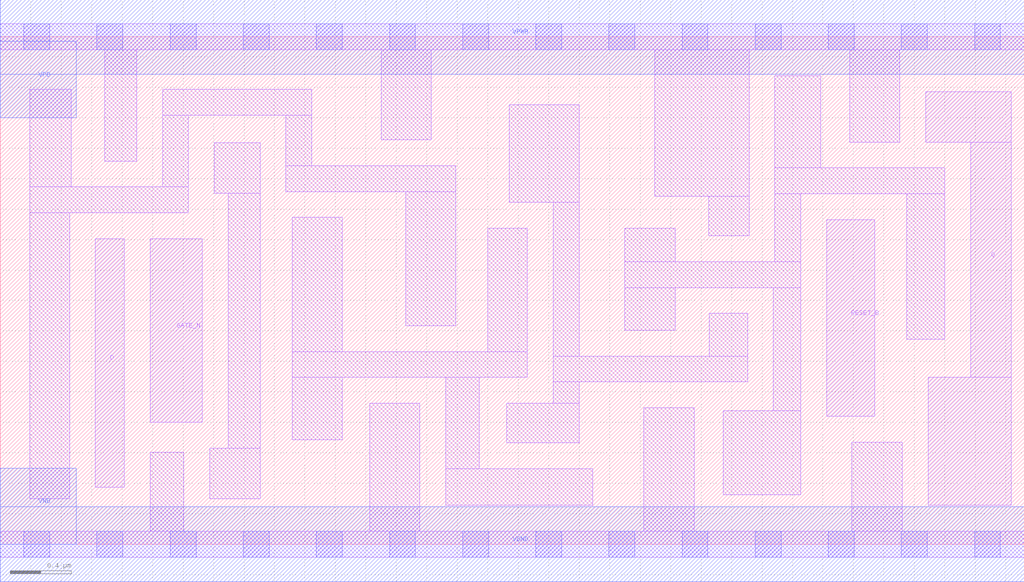
<source format=lef>
# Copyright 2020 The SkyWater PDK Authors
#
# Licensed under the Apache License, Version 2.0 (the "License");
# you may not use this file except in compliance with the License.
# You may obtain a copy of the License at
#
#     https://www.apache.org/licenses/LICENSE-2.0
#
# Unless required by applicable law or agreed to in writing, software
# distributed under the License is distributed on an "AS IS" BASIS,
# WITHOUT WARRANTIES OR CONDITIONS OF ANY KIND, either express or implied.
# See the License for the specific language governing permissions and
# limitations under the License.
#
# SPDX-License-Identifier: Apache-2.0

VERSION 5.5 ;
NAMESCASESENSITIVE ON ;
BUSBITCHARS "[]" ;
DIVIDERCHAR "/" ;
MACRO sky130_fd_sc_lp__dlrtn_1
  CLASS CORE ;
  SOURCE USER ;
  ORIGIN  0.000000  0.000000 ;
  SIZE  6.720000 BY  3.330000 ;
  SYMMETRY X Y R90 ;
  SITE unit ;
  PIN D
    ANTENNAGATEAREA  0.159000 ;
    DIRECTION INPUT ;
    USE SIGNAL ;
    PORT
      LAYER li1 ;
        RECT 0.625000 0.375000 0.815000 2.005000 ;
    END
  END D
  PIN Q
    ANTENNADIFFAREA  0.573300 ;
    DIRECTION OUTPUT ;
    USE SIGNAL ;
    PORT
      LAYER li1 ;
        RECT 6.075000 2.640000 6.635000 2.970000 ;
        RECT 6.090000 0.255000 6.635000 1.095000 ;
        RECT 6.370000 1.095000 6.635000 2.640000 ;
    END
  END Q
  PIN RESET_B
    ANTENNAGATEAREA  0.315000 ;
    DIRECTION INPUT ;
    USE SIGNAL ;
    PORT
      LAYER li1 ;
        RECT 5.425000 0.840000 5.740000 2.130000 ;
    END
  END RESET_B
  PIN GATE_N
    ANTENNAGATEAREA  0.159000 ;
    DIRECTION INPUT ;
    USE CLOCK ;
    PORT
      LAYER li1 ;
        RECT 0.985000 0.800000 1.325000 2.005000 ;
    END
  END GATE_N
  PIN VGND
    DIRECTION INOUT ;
    USE GROUND ;
    PORT
      LAYER met1 ;
        RECT 0.000000 -0.245000 6.720000 0.245000 ;
    END
  END VGND
  PIN VNB
    DIRECTION INOUT ;
    USE GROUND ;
    PORT
      LAYER met1 ;
        RECT 0.000000 0.000000 0.500000 0.500000 ;
    END
  END VNB
  PIN VPB
    DIRECTION INOUT ;
    USE POWER ;
    PORT
      LAYER met1 ;
        RECT 0.000000 2.800000 0.500000 3.300000 ;
    END
  END VPB
  PIN VPWR
    DIRECTION INOUT ;
    USE POWER ;
    PORT
      LAYER met1 ;
        RECT 0.000000 3.085000 6.720000 3.575000 ;
    END
  END VPWR
  OBS
    LAYER li1 ;
      RECT 0.000000 -0.085000 6.720000 0.085000 ;
      RECT 0.000000  3.245000 6.720000 3.415000 ;
      RECT 0.195000  0.300000 0.455000 2.175000 ;
      RECT 0.195000  2.175000 1.235000 2.345000 ;
      RECT 0.195000  2.345000 0.465000 2.985000 ;
      RECT 0.685000  2.515000 0.895000 3.245000 ;
      RECT 0.985000  0.085000 1.205000 0.605000 ;
      RECT 1.065000  2.345000 1.235000 2.815000 ;
      RECT 1.065000  2.815000 2.045000 2.985000 ;
      RECT 1.375000  0.300000 1.705000 0.630000 ;
      RECT 1.405000  2.305000 1.705000 2.635000 ;
      RECT 1.495000  0.630000 1.705000 2.305000 ;
      RECT 1.875000  2.315000 2.990000 2.485000 ;
      RECT 1.875000  2.485000 2.045000 2.815000 ;
      RECT 1.915000  0.685000 2.245000 1.095000 ;
      RECT 1.915000  1.095000 3.460000 1.265000 ;
      RECT 1.915000  1.265000 2.245000 2.145000 ;
      RECT 2.425000  0.085000 2.755000 0.925000 ;
      RECT 2.500000  2.655000 2.830000 3.245000 ;
      RECT 2.660000  1.435000 2.990000 2.315000 ;
      RECT 2.925000  0.255000 3.890000 0.495000 ;
      RECT 2.925000  0.495000 3.145000 1.095000 ;
      RECT 3.200000  1.265000 3.460000 2.075000 ;
      RECT 3.325000  0.665000 3.800000 0.925000 ;
      RECT 3.340000  2.245000 3.800000 2.885000 ;
      RECT 3.630000  0.925000 3.800000 1.065000 ;
      RECT 3.630000  1.065000 4.905000 1.235000 ;
      RECT 3.630000  1.235000 3.800000 2.245000 ;
      RECT 4.100000  1.405000 4.430000 1.685000 ;
      RECT 4.100000  1.685000 5.255000 1.855000 ;
      RECT 4.100000  1.855000 4.430000 2.075000 ;
      RECT 4.225000  0.085000 4.555000 0.895000 ;
      RECT 4.295000  2.285000 4.915000 3.245000 ;
      RECT 4.650000  2.025000 4.915000 2.285000 ;
      RECT 4.655000  1.235000 4.905000 1.515000 ;
      RECT 4.745000  0.325000 5.255000 0.875000 ;
      RECT 5.075000  0.875000 5.255000 1.685000 ;
      RECT 5.085000  1.855000 5.255000 2.300000 ;
      RECT 5.085000  2.300000 6.200000 2.470000 ;
      RECT 5.085000  2.470000 5.385000 3.075000 ;
      RECT 5.575000  2.640000 5.905000 3.245000 ;
      RECT 5.590000  0.085000 5.920000 0.670000 ;
      RECT 5.950000  1.345000 6.200000 2.300000 ;
    LAYER mcon ;
      RECT 0.155000 -0.085000 0.325000 0.085000 ;
      RECT 0.155000  3.245000 0.325000 3.415000 ;
      RECT 0.635000 -0.085000 0.805000 0.085000 ;
      RECT 0.635000  3.245000 0.805000 3.415000 ;
      RECT 1.115000 -0.085000 1.285000 0.085000 ;
      RECT 1.115000  3.245000 1.285000 3.415000 ;
      RECT 1.595000 -0.085000 1.765000 0.085000 ;
      RECT 1.595000  3.245000 1.765000 3.415000 ;
      RECT 2.075000 -0.085000 2.245000 0.085000 ;
      RECT 2.075000  3.245000 2.245000 3.415000 ;
      RECT 2.555000 -0.085000 2.725000 0.085000 ;
      RECT 2.555000  3.245000 2.725000 3.415000 ;
      RECT 3.035000 -0.085000 3.205000 0.085000 ;
      RECT 3.035000  3.245000 3.205000 3.415000 ;
      RECT 3.515000 -0.085000 3.685000 0.085000 ;
      RECT 3.515000  3.245000 3.685000 3.415000 ;
      RECT 3.995000 -0.085000 4.165000 0.085000 ;
      RECT 3.995000  3.245000 4.165000 3.415000 ;
      RECT 4.475000 -0.085000 4.645000 0.085000 ;
      RECT 4.475000  3.245000 4.645000 3.415000 ;
      RECT 4.955000 -0.085000 5.125000 0.085000 ;
      RECT 4.955000  3.245000 5.125000 3.415000 ;
      RECT 5.435000 -0.085000 5.605000 0.085000 ;
      RECT 5.435000  3.245000 5.605000 3.415000 ;
      RECT 5.915000 -0.085000 6.085000 0.085000 ;
      RECT 5.915000  3.245000 6.085000 3.415000 ;
      RECT 6.395000 -0.085000 6.565000 0.085000 ;
      RECT 6.395000  3.245000 6.565000 3.415000 ;
  END
END sky130_fd_sc_lp__dlrtn_1

</source>
